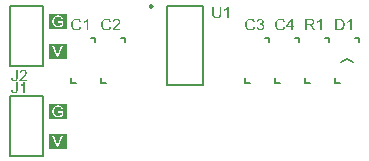
<source format=gto>
G04 Layer_Color=65535*
%FSLAX25Y25*%
%MOIN*%
G70*
G01*
G75*
%ADD14C,0.01000*%
%ADD18C,0.00600*%
G36*
X118456Y47000D02*
X117984D01*
Y50003D01*
X117978Y49997D01*
X117951Y49975D01*
X117917Y49942D01*
X117862Y49903D01*
X117801Y49853D01*
X117723Y49797D01*
X117634Y49736D01*
X117534Y49675D01*
X117529D01*
X117523Y49670D01*
X117490Y49647D01*
X117434Y49620D01*
X117368Y49586D01*
X117290Y49547D01*
X117207Y49509D01*
X117124Y49470D01*
X117040Y49437D01*
Y49892D01*
X117046D01*
X117057Y49903D01*
X117079Y49908D01*
X117107Y49925D01*
X117140Y49942D01*
X117179Y49964D01*
X117273Y50019D01*
X117385Y50080D01*
X117496Y50158D01*
X117612Y50247D01*
X117729Y50341D01*
X117734Y50347D01*
X117740Y50352D01*
X117756Y50369D01*
X117779Y50385D01*
X117829Y50441D01*
X117895Y50508D01*
X117962Y50585D01*
X118034Y50674D01*
X118095Y50763D01*
X118150Y50857D01*
X118456D01*
Y47000D01*
D02*
G37*
G36*
X114576Y50835D02*
X114687Y50829D01*
X114798Y50818D01*
X114909Y50802D01*
X115004Y50785D01*
X115009D01*
X115020Y50780D01*
X115037D01*
X115059Y50769D01*
X115120Y50752D01*
X115198Y50724D01*
X115287Y50685D01*
X115381Y50635D01*
X115475Y50580D01*
X115564Y50508D01*
X115570Y50502D01*
X115575Y50497D01*
X115592Y50480D01*
X115614Y50463D01*
X115670Y50408D01*
X115736Y50330D01*
X115808Y50236D01*
X115886Y50125D01*
X115958Y49997D01*
X116019Y49853D01*
Y49847D01*
X116025Y49836D01*
X116036Y49814D01*
X116041Y49780D01*
X116058Y49742D01*
X116069Y49697D01*
X116080Y49647D01*
X116097Y49586D01*
X116114Y49525D01*
X116125Y49453D01*
X116152Y49298D01*
X116169Y49126D01*
X116175Y48937D01*
Y48931D01*
Y48920D01*
Y48893D01*
Y48865D01*
X116169Y48826D01*
Y48781D01*
X116164Y48676D01*
X116147Y48554D01*
X116130Y48426D01*
X116102Y48293D01*
X116069Y48160D01*
Y48154D01*
X116064Y48143D01*
X116058Y48127D01*
X116052Y48105D01*
X116030Y48043D01*
X115997Y47966D01*
X115964Y47877D01*
X115919Y47788D01*
X115864Y47694D01*
X115808Y47605D01*
X115803Y47594D01*
X115780Y47566D01*
X115747Y47527D01*
X115703Y47477D01*
X115653Y47422D01*
X115592Y47366D01*
X115531Y47305D01*
X115459Y47255D01*
X115448Y47250D01*
X115425Y47233D01*
X115386Y47211D01*
X115331Y47183D01*
X115264Y47150D01*
X115187Y47122D01*
X115098Y47089D01*
X114998Y47061D01*
X114987D01*
X114970Y47056D01*
X114954Y47050D01*
X114898Y47044D01*
X114820Y47033D01*
X114732Y47022D01*
X114626Y47011D01*
X114510Y47006D01*
X114382Y47000D01*
X113000D01*
Y50841D01*
X114476D01*
X114576Y50835D01*
D02*
G37*
G36*
X7126Y27221D02*
Y27215D01*
Y27199D01*
Y27177D01*
Y27143D01*
X7120Y27099D01*
Y27055D01*
X7109Y26949D01*
X7098Y26827D01*
X7076Y26699D01*
X7042Y26583D01*
X7004Y26472D01*
Y26466D01*
X6998Y26461D01*
X6981Y26427D01*
X6954Y26383D01*
X6915Y26322D01*
X6859Y26261D01*
X6798Y26194D01*
X6720Y26128D01*
X6632Y26072D01*
X6621Y26067D01*
X6587Y26050D01*
X6537Y26028D01*
X6465Y26006D01*
X6376Y25978D01*
X6277Y25956D01*
X6165Y25939D01*
X6043Y25933D01*
X5993D01*
X5960Y25939D01*
X5916Y25945D01*
X5871Y25950D01*
X5755Y25972D01*
X5633Y26006D01*
X5505Y26055D01*
X5438Y26089D01*
X5377Y26128D01*
X5322Y26172D01*
X5266Y26222D01*
X5261Y26228D01*
X5255Y26233D01*
X5244Y26255D01*
X5228Y26278D01*
X5205Y26305D01*
X5183Y26344D01*
X5161Y26388D01*
X5133Y26439D01*
X5111Y26494D01*
X5089Y26561D01*
X5067Y26627D01*
X5044Y26705D01*
X5033Y26788D01*
X5017Y26882D01*
X5011Y26977D01*
Y27082D01*
X5472Y27149D01*
Y27143D01*
Y27132D01*
Y27110D01*
X5477Y27077D01*
X5483Y27043D01*
Y27005D01*
X5500Y26910D01*
X5516Y26810D01*
X5550Y26710D01*
X5583Y26622D01*
X5605Y26583D01*
X5633Y26550D01*
X5638Y26544D01*
X5661Y26527D01*
X5694Y26500D01*
X5738Y26472D01*
X5799Y26439D01*
X5866Y26416D01*
X5949Y26394D01*
X6038Y26388D01*
X6071D01*
X6104Y26394D01*
X6154Y26400D01*
X6204Y26411D01*
X6260Y26422D01*
X6315Y26444D01*
X6371Y26472D01*
X6376Y26477D01*
X6393Y26488D01*
X6415Y26511D01*
X6449Y26533D01*
X6476Y26572D01*
X6510Y26610D01*
X6537Y26655D01*
X6560Y26710D01*
Y26716D01*
X6571Y26738D01*
X6576Y26777D01*
X6587Y26827D01*
X6598Y26893D01*
X6604Y26977D01*
X6615Y27077D01*
Y27193D01*
Y29841D01*
X7126D01*
Y27221D01*
D02*
G37*
G36*
X88150Y50852D02*
X88223Y50841D01*
X88311Y50824D01*
X88411Y50796D01*
X88511Y50763D01*
X88611Y50718D01*
X88617D01*
X88622Y50713D01*
X88655Y50696D01*
X88705Y50663D01*
X88761Y50624D01*
X88828Y50569D01*
X88894Y50508D01*
X88961Y50435D01*
X89016Y50352D01*
X89022Y50341D01*
X89038Y50313D01*
X89061Y50263D01*
X89088Y50202D01*
X89116Y50130D01*
X89138Y50047D01*
X89155Y49953D01*
X89161Y49858D01*
Y49847D01*
Y49814D01*
X89155Y49769D01*
X89144Y49708D01*
X89127Y49636D01*
X89100Y49559D01*
X89066Y49481D01*
X89022Y49403D01*
X89016Y49392D01*
X88999Y49370D01*
X88966Y49331D01*
X88922Y49287D01*
X88866Y49237D01*
X88800Y49181D01*
X88722Y49131D01*
X88628Y49081D01*
X88633D01*
X88644Y49076D01*
X88661Y49070D01*
X88683Y49065D01*
X88744Y49042D01*
X88822Y49009D01*
X88911Y48965D01*
X88999Y48909D01*
X89083Y48837D01*
X89161Y48754D01*
X89166Y48743D01*
X89188Y48709D01*
X89222Y48654D01*
X89255Y48582D01*
X89288Y48493D01*
X89322Y48388D01*
X89344Y48265D01*
X89349Y48132D01*
Y48127D01*
Y48110D01*
Y48082D01*
X89344Y48049D01*
X89338Y48005D01*
X89327Y47955D01*
X89316Y47899D01*
X89305Y47838D01*
X89260Y47705D01*
X89227Y47633D01*
X89194Y47566D01*
X89149Y47494D01*
X89100Y47422D01*
X89044Y47350D01*
X88977Y47283D01*
X88972Y47278D01*
X88961Y47266D01*
X88938Y47250D01*
X88911Y47228D01*
X88877Y47200D01*
X88833Y47172D01*
X88783Y47139D01*
X88722Y47111D01*
X88661Y47078D01*
X88589Y47044D01*
X88517Y47017D01*
X88433Y46989D01*
X88345Y46967D01*
X88250Y46950D01*
X88156Y46939D01*
X88051Y46933D01*
X88001D01*
X87967Y46939D01*
X87923Y46944D01*
X87873Y46950D01*
X87817Y46961D01*
X87756Y46972D01*
X87623Y47006D01*
X87484Y47061D01*
X87412Y47094D01*
X87346Y47133D01*
X87279Y47183D01*
X87213Y47233D01*
X87207Y47239D01*
X87196Y47250D01*
X87179Y47266D01*
X87163Y47289D01*
X87135Y47316D01*
X87107Y47355D01*
X87074Y47394D01*
X87040Y47444D01*
X87007Y47499D01*
X86974Y47555D01*
X86913Y47688D01*
X86863Y47844D01*
X86846Y47927D01*
X86835Y48016D01*
X87307Y48077D01*
Y48071D01*
X87312Y48060D01*
X87318Y48038D01*
X87323Y48010D01*
X87329Y47977D01*
X87340Y47938D01*
X87368Y47855D01*
X87407Y47755D01*
X87457Y47660D01*
X87512Y47572D01*
X87579Y47494D01*
X87590Y47488D01*
X87612Y47466D01*
X87656Y47438D01*
X87712Y47411D01*
X87779Y47377D01*
X87862Y47350D01*
X87956Y47327D01*
X88056Y47322D01*
X88089D01*
X88112Y47327D01*
X88173Y47333D01*
X88250Y47350D01*
X88339Y47377D01*
X88433Y47416D01*
X88528Y47472D01*
X88617Y47550D01*
X88628Y47561D01*
X88655Y47594D01*
X88689Y47644D01*
X88733Y47710D01*
X88778Y47794D01*
X88811Y47888D01*
X88839Y47999D01*
X88850Y48121D01*
Y48127D01*
Y48138D01*
Y48154D01*
X88844Y48177D01*
X88839Y48238D01*
X88822Y48310D01*
X88800Y48399D01*
X88761Y48487D01*
X88705Y48576D01*
X88633Y48659D01*
X88622Y48671D01*
X88594Y48693D01*
X88550Y48726D01*
X88489Y48765D01*
X88411Y48804D01*
X88317Y48837D01*
X88212Y48859D01*
X88095Y48870D01*
X88045D01*
X88006Y48865D01*
X87956Y48859D01*
X87901Y48848D01*
X87834Y48837D01*
X87762Y48820D01*
X87817Y49237D01*
X87845D01*
X87867Y49231D01*
X87940D01*
X88001Y49242D01*
X88073Y49253D01*
X88156Y49270D01*
X88250Y49298D01*
X88339Y49336D01*
X88433Y49387D01*
X88439D01*
X88445Y49392D01*
X88472Y49414D01*
X88511Y49453D01*
X88556Y49503D01*
X88600Y49575D01*
X88639Y49658D01*
X88666Y49753D01*
X88678Y49808D01*
Y49869D01*
Y49875D01*
Y49880D01*
Y49914D01*
X88666Y49958D01*
X88655Y50019D01*
X88633Y50086D01*
X88605Y50158D01*
X88561Y50230D01*
X88500Y50297D01*
X88494Y50302D01*
X88467Y50324D01*
X88428Y50352D01*
X88378Y50385D01*
X88311Y50413D01*
X88234Y50441D01*
X88145Y50463D01*
X88045Y50469D01*
X88001D01*
X87951Y50458D01*
X87884Y50447D01*
X87812Y50424D01*
X87740Y50397D01*
X87662Y50352D01*
X87590Y50297D01*
X87584Y50291D01*
X87562Y50263D01*
X87529Y50225D01*
X87490Y50169D01*
X87451Y50097D01*
X87412Y50008D01*
X87379Y49903D01*
X87357Y49780D01*
X86885Y49864D01*
Y49869D01*
X86891Y49886D01*
X86896Y49908D01*
X86902Y49942D01*
X86913Y49980D01*
X86929Y50025D01*
X86963Y50130D01*
X87018Y50252D01*
X87085Y50374D01*
X87168Y50491D01*
X87274Y50596D01*
X87279Y50602D01*
X87290Y50608D01*
X87307Y50619D01*
X87329Y50635D01*
X87357Y50657D01*
X87396Y50680D01*
X87435Y50702D01*
X87484Y50730D01*
X87595Y50774D01*
X87723Y50818D01*
X87873Y50846D01*
X87951Y50857D01*
X88089D01*
X88150Y50852D01*
D02*
G37*
G36*
X94904Y50902D02*
X94954Y50896D01*
X95015Y50891D01*
X95076Y50885D01*
X95148Y50868D01*
X95298Y50835D01*
X95464Y50785D01*
X95547Y50752D01*
X95625Y50713D01*
X95703Y50663D01*
X95781Y50613D01*
X95786Y50608D01*
X95797Y50602D01*
X95819Y50585D01*
X95847Y50558D01*
X95875Y50530D01*
X95914Y50491D01*
X95953Y50447D01*
X95997Y50402D01*
X96041Y50347D01*
X96086Y50280D01*
X96136Y50213D01*
X96180Y50141D01*
X96219Y50058D01*
X96263Y49975D01*
X96297Y49886D01*
X96330Y49786D01*
X95831Y49670D01*
Y49675D01*
X95825Y49686D01*
X95814Y49708D01*
X95803Y49736D01*
X95792Y49769D01*
X95775Y49814D01*
X95731Y49903D01*
X95675Y50003D01*
X95609Y50102D01*
X95525Y50197D01*
X95437Y50280D01*
X95425Y50291D01*
X95392Y50313D01*
X95337Y50341D01*
X95264Y50380D01*
X95170Y50413D01*
X95065Y50447D01*
X94937Y50469D01*
X94798Y50474D01*
X94754D01*
X94726Y50469D01*
X94687D01*
X94643Y50463D01*
X94537Y50447D01*
X94421Y50424D01*
X94299Y50385D01*
X94171Y50330D01*
X94055Y50258D01*
X94049D01*
X94043Y50247D01*
X94004Y50219D01*
X93955Y50175D01*
X93894Y50108D01*
X93821Y50025D01*
X93755Y49930D01*
X93694Y49814D01*
X93638Y49686D01*
Y49681D01*
X93633Y49670D01*
X93627Y49653D01*
X93622Y49625D01*
X93611Y49592D01*
X93599Y49553D01*
X93583Y49459D01*
X93561Y49348D01*
X93538Y49226D01*
X93527Y49092D01*
X93522Y48948D01*
Y48943D01*
Y48926D01*
Y48898D01*
Y48865D01*
X93527Y48826D01*
Y48776D01*
X93533Y48720D01*
X93538Y48659D01*
X93555Y48526D01*
X93583Y48382D01*
X93616Y48238D01*
X93660Y48093D01*
Y48088D01*
X93666Y48077D01*
X93677Y48060D01*
X93688Y48032D01*
X93721Y47966D01*
X93771Y47888D01*
X93832Y47799D01*
X93910Y47705D01*
X93999Y47622D01*
X94104Y47544D01*
X94110D01*
X94121Y47538D01*
X94138Y47527D01*
X94160Y47516D01*
X94188Y47505D01*
X94221Y47488D01*
X94299Y47455D01*
X94399Y47422D01*
X94510Y47394D01*
X94632Y47372D01*
X94759Y47366D01*
X94798D01*
X94832Y47372D01*
X94870D01*
X94909Y47377D01*
X95009Y47400D01*
X95126Y47427D01*
X95242Y47472D01*
X95364Y47533D01*
X95425Y47566D01*
X95481Y47611D01*
X95486Y47616D01*
X95492Y47622D01*
X95509Y47638D01*
X95531Y47655D01*
X95553Y47683D01*
X95581Y47716D01*
X95614Y47749D01*
X95642Y47794D01*
X95675Y47844D01*
X95714Y47899D01*
X95747Y47955D01*
X95781Y48021D01*
X95808Y48093D01*
X95836Y48171D01*
X95864Y48254D01*
X95886Y48343D01*
X96397Y48215D01*
Y48210D01*
X96391Y48188D01*
X96380Y48154D01*
X96363Y48110D01*
X96347Y48060D01*
X96324Y47999D01*
X96297Y47932D01*
X96263Y47860D01*
X96186Y47705D01*
X96086Y47550D01*
X96025Y47472D01*
X95964Y47394D01*
X95897Y47327D01*
X95819Y47261D01*
X95814Y47255D01*
X95803Y47244D01*
X95775Y47233D01*
X95747Y47211D01*
X95703Y47183D01*
X95658Y47155D01*
X95597Y47128D01*
X95536Y47100D01*
X95464Y47067D01*
X95386Y47039D01*
X95303Y47011D01*
X95214Y46983D01*
X95120Y46961D01*
X95020Y46950D01*
X94915Y46939D01*
X94804Y46933D01*
X94743D01*
X94698Y46939D01*
X94648D01*
X94587Y46944D01*
X94521Y46956D01*
X94443Y46967D01*
X94282Y46995D01*
X94116Y47039D01*
X93949Y47100D01*
X93871Y47139D01*
X93794Y47183D01*
X93788Y47189D01*
X93777Y47194D01*
X93755Y47211D01*
X93733Y47233D01*
X93699Y47255D01*
X93660Y47289D01*
X93616Y47327D01*
X93572Y47372D01*
X93527Y47422D01*
X93477Y47472D01*
X93377Y47599D01*
X93283Y47749D01*
X93200Y47916D01*
Y47921D01*
X93189Y47938D01*
X93183Y47966D01*
X93167Y47999D01*
X93155Y48043D01*
X93139Y48099D01*
X93116Y48160D01*
X93100Y48226D01*
X93083Y48299D01*
X93061Y48382D01*
X93033Y48554D01*
X93011Y48748D01*
X93000Y48948D01*
Y48954D01*
Y48976D01*
Y49009D01*
X93006Y49048D01*
Y49103D01*
X93011Y49159D01*
X93017Y49231D01*
X93028Y49303D01*
X93055Y49464D01*
X93094Y49642D01*
X93150Y49819D01*
X93227Y49991D01*
X93233Y49997D01*
X93239Y50014D01*
X93250Y50036D01*
X93272Y50064D01*
X93294Y50102D01*
X93322Y50147D01*
X93394Y50247D01*
X93488Y50358D01*
X93599Y50469D01*
X93727Y50580D01*
X93877Y50674D01*
X93882Y50680D01*
X93899Y50685D01*
X93921Y50696D01*
X93949Y50713D01*
X93993Y50730D01*
X94038Y50746D01*
X94093Y50769D01*
X94154Y50791D01*
X94221Y50813D01*
X94293Y50835D01*
X94449Y50868D01*
X94626Y50896D01*
X94809Y50907D01*
X94865D01*
X94904Y50902D01*
D02*
G37*
G36*
X98811Y48354D02*
X99333D01*
Y47921D01*
X98811D01*
Y47000D01*
X98339D01*
Y47921D01*
X96669D01*
Y48354D01*
X98428Y50841D01*
X98811D01*
Y48354D01*
D02*
G37*
G36*
X9540Y26000D02*
X9068D01*
Y29003D01*
X9063Y28997D01*
X9035Y28975D01*
X9002Y28942D01*
X8946Y28903D01*
X8885Y28853D01*
X8807Y28797D01*
X8719Y28736D01*
X8619Y28675D01*
X8613D01*
X8608Y28670D01*
X8574Y28647D01*
X8519Y28620D01*
X8452Y28586D01*
X8374Y28547D01*
X8291Y28509D01*
X8208Y28470D01*
X8125Y28436D01*
Y28892D01*
X8130D01*
X8141Y28903D01*
X8163Y28908D01*
X8191Y28925D01*
X8225Y28942D01*
X8263Y28964D01*
X8358Y29019D01*
X8469Y29080D01*
X8580Y29158D01*
X8696Y29247D01*
X8813Y29341D01*
X8818Y29347D01*
X8824Y29352D01*
X8841Y29369D01*
X8863Y29386D01*
X8913Y29441D01*
X8979Y29508D01*
X9046Y29585D01*
X9118Y29674D01*
X9179Y29763D01*
X9235Y29857D01*
X9540D01*
Y26000D01*
D02*
G37*
G36*
X104826Y50835D02*
X104876D01*
X104992Y50829D01*
X105115Y50813D01*
X105248Y50796D01*
X105370Y50769D01*
X105431Y50752D01*
X105481Y50735D01*
X105486D01*
X105492Y50730D01*
X105525Y50713D01*
X105575Y50691D01*
X105636Y50652D01*
X105703Y50602D01*
X105775Y50535D01*
X105842Y50458D01*
X105908Y50369D01*
Y50363D01*
X105914Y50358D01*
X105936Y50324D01*
X105958Y50269D01*
X105991Y50197D01*
X106019Y50113D01*
X106047Y50014D01*
X106064Y49908D01*
X106069Y49792D01*
Y49786D01*
Y49775D01*
Y49753D01*
X106064Y49725D01*
Y49686D01*
X106058Y49647D01*
X106036Y49553D01*
X106002Y49442D01*
X105958Y49325D01*
X105892Y49209D01*
X105847Y49153D01*
X105803Y49098D01*
X105797Y49092D01*
X105792Y49087D01*
X105775Y49070D01*
X105753Y49053D01*
X105725Y49031D01*
X105692Y49009D01*
X105647Y48981D01*
X105603Y48948D01*
X105547Y48920D01*
X105486Y48893D01*
X105420Y48859D01*
X105348Y48831D01*
X105264Y48809D01*
X105181Y48781D01*
X105087Y48765D01*
X104987Y48748D01*
X104998Y48743D01*
X105020Y48732D01*
X105053Y48709D01*
X105098Y48687D01*
X105198Y48626D01*
X105248Y48587D01*
X105292Y48554D01*
X105303Y48543D01*
X105331Y48515D01*
X105375Y48471D01*
X105431Y48415D01*
X105492Y48338D01*
X105564Y48254D01*
X105636Y48154D01*
X105714Y48043D01*
X106374Y47000D01*
X105742D01*
X105237Y47799D01*
Y47805D01*
X105226Y47816D01*
X105215Y47833D01*
X105198Y47855D01*
X105159Y47916D01*
X105109Y47993D01*
X105048Y48077D01*
X104987Y48166D01*
X104926Y48249D01*
X104870Y48326D01*
X104865Y48332D01*
X104848Y48354D01*
X104820Y48388D01*
X104781Y48426D01*
X104698Y48510D01*
X104654Y48548D01*
X104610Y48582D01*
X104604Y48587D01*
X104593Y48593D01*
X104571Y48604D01*
X104537Y48621D01*
X104504Y48637D01*
X104465Y48654D01*
X104376Y48682D01*
X104371D01*
X104360Y48687D01*
X104338D01*
X104310Y48693D01*
X104271Y48698D01*
X104227D01*
X104165Y48704D01*
X103511D01*
Y47000D01*
X103000D01*
Y50841D01*
X104781D01*
X104826Y50835D01*
D02*
G37*
G36*
X75019Y52621D02*
Y52615D01*
Y52593D01*
Y52565D01*
Y52526D01*
X75014Y52476D01*
Y52421D01*
X75008Y52354D01*
X75002Y52288D01*
X74986Y52138D01*
X74964Y51982D01*
X74930Y51832D01*
X74908Y51760D01*
X74886Y51694D01*
Y51688D01*
X74880Y51677D01*
X74869Y51661D01*
X74858Y51638D01*
X74825Y51577D01*
X74775Y51499D01*
X74708Y51411D01*
X74631Y51322D01*
X74531Y51227D01*
X74409Y51144D01*
X74403D01*
X74392Y51133D01*
X74375Y51128D01*
X74348Y51111D01*
X74314Y51094D01*
X74270Y51078D01*
X74225Y51061D01*
X74170Y51039D01*
X74109Y51017D01*
X74042Y51000D01*
X73970Y50983D01*
X73887Y50967D01*
X73804Y50956D01*
X73715Y50945D01*
X73515Y50933D01*
X73465D01*
X73426Y50939D01*
X73382D01*
X73326Y50945D01*
X73265Y50950D01*
X73204Y50956D01*
X73066Y50978D01*
X72916Y51011D01*
X72772Y51056D01*
X72633Y51117D01*
X72627D01*
X72616Y51128D01*
X72599Y51139D01*
X72577Y51150D01*
X72516Y51194D01*
X72444Y51255D01*
X72361Y51333D01*
X72283Y51422D01*
X72205Y51533D01*
X72144Y51655D01*
Y51661D01*
X72139Y51672D01*
X72133Y51694D01*
X72122Y51722D01*
X72111Y51755D01*
X72100Y51799D01*
X72083Y51849D01*
X72072Y51910D01*
X72061Y51977D01*
X72044Y52049D01*
X72033Y52127D01*
X72022Y52210D01*
X72011Y52304D01*
X72006Y52404D01*
X72000Y52510D01*
Y52621D01*
Y54841D01*
X72511D01*
Y52621D01*
Y52615D01*
Y52598D01*
Y52571D01*
Y52537D01*
X72516Y52499D01*
Y52449D01*
X72522Y52343D01*
X72533Y52221D01*
X72549Y52099D01*
X72572Y51982D01*
X72583Y51932D01*
X72599Y51882D01*
X72605Y51871D01*
X72616Y51844D01*
X72644Y51805D01*
X72677Y51749D01*
X72716Y51694D01*
X72772Y51633D01*
X72838Y51572D01*
X72916Y51522D01*
X72927Y51516D01*
X72955Y51499D01*
X73005Y51483D01*
X73071Y51461D01*
X73149Y51433D01*
X73249Y51416D01*
X73354Y51400D01*
X73471Y51394D01*
X73526D01*
X73560Y51400D01*
X73610D01*
X73659Y51405D01*
X73782Y51427D01*
X73915Y51455D01*
X74042Y51499D01*
X74164Y51561D01*
X74220Y51599D01*
X74270Y51644D01*
X74275Y51649D01*
X74281Y51655D01*
X74292Y51672D01*
X74309Y51694D01*
X74326Y51727D01*
X74348Y51760D01*
X74370Y51810D01*
X74392Y51860D01*
X74414Y51921D01*
X74431Y51993D01*
X74453Y52077D01*
X74470Y52166D01*
X74486Y52265D01*
X74497Y52371D01*
X74509Y52493D01*
Y52621D01*
Y54841D01*
X75019D01*
Y52621D01*
D02*
G37*
G36*
X77450Y51000D02*
X76978D01*
Y54002D01*
X76973Y53997D01*
X76945Y53975D01*
X76912Y53942D01*
X76856Y53903D01*
X76795Y53853D01*
X76718Y53797D01*
X76629Y53736D01*
X76529Y53675D01*
X76523D01*
X76518Y53670D01*
X76484Y53647D01*
X76429Y53620D01*
X76362Y53586D01*
X76285Y53548D01*
X76201Y53509D01*
X76118Y53470D01*
X76035Y53436D01*
Y53891D01*
X76040D01*
X76051Y53903D01*
X76074Y53908D01*
X76101Y53925D01*
X76135Y53942D01*
X76174Y53964D01*
X76268Y54019D01*
X76379Y54080D01*
X76490Y54158D01*
X76607Y54247D01*
X76723Y54341D01*
X76729Y54347D01*
X76734Y54352D01*
X76751Y54369D01*
X76773Y54386D01*
X76823Y54441D01*
X76889Y54508D01*
X76956Y54585D01*
X77028Y54674D01*
X77089Y54763D01*
X77145Y54857D01*
X77450D01*
Y51000D01*
D02*
G37*
G36*
X7126Y31221D02*
Y31215D01*
Y31199D01*
Y31177D01*
Y31143D01*
X7120Y31099D01*
Y31054D01*
X7109Y30949D01*
X7098Y30827D01*
X7076Y30699D01*
X7042Y30583D01*
X7004Y30472D01*
Y30466D01*
X6998Y30461D01*
X6981Y30427D01*
X6954Y30383D01*
X6915Y30322D01*
X6859Y30261D01*
X6798Y30194D01*
X6720Y30128D01*
X6632Y30072D01*
X6621Y30067D01*
X6587Y30050D01*
X6537Y30028D01*
X6465Y30005D01*
X6376Y29978D01*
X6277Y29956D01*
X6165Y29939D01*
X6043Y29933D01*
X5993D01*
X5960Y29939D01*
X5916Y29945D01*
X5871Y29950D01*
X5755Y29972D01*
X5633Y30005D01*
X5505Y30055D01*
X5438Y30089D01*
X5377Y30128D01*
X5322Y30172D01*
X5266Y30222D01*
X5261Y30228D01*
X5255Y30233D01*
X5244Y30255D01*
X5228Y30277D01*
X5205Y30305D01*
X5183Y30344D01*
X5161Y30389D01*
X5133Y30439D01*
X5111Y30494D01*
X5089Y30561D01*
X5067Y30627D01*
X5044Y30705D01*
X5033Y30788D01*
X5017Y30882D01*
X5011Y30977D01*
Y31082D01*
X5472Y31149D01*
Y31143D01*
Y31132D01*
Y31110D01*
X5477Y31077D01*
X5483Y31043D01*
Y31005D01*
X5500Y30910D01*
X5516Y30810D01*
X5550Y30710D01*
X5583Y30622D01*
X5605Y30583D01*
X5633Y30549D01*
X5638Y30544D01*
X5661Y30527D01*
X5694Y30500D01*
X5738Y30472D01*
X5799Y30439D01*
X5866Y30416D01*
X5949Y30394D01*
X6038Y30389D01*
X6071D01*
X6104Y30394D01*
X6154Y30400D01*
X6204Y30411D01*
X6260Y30422D01*
X6315Y30444D01*
X6371Y30472D01*
X6376Y30477D01*
X6393Y30488D01*
X6415Y30511D01*
X6449Y30533D01*
X6476Y30572D01*
X6510Y30610D01*
X6537Y30655D01*
X6560Y30710D01*
Y30716D01*
X6571Y30738D01*
X6576Y30777D01*
X6587Y30827D01*
X6598Y30893D01*
X6604Y30977D01*
X6615Y31077D01*
Y31193D01*
Y33841D01*
X7126D01*
Y31221D01*
D02*
G37*
G36*
X9129Y33852D02*
X9174Y33846D01*
X9229Y33841D01*
X9290Y33830D01*
X9351Y33818D01*
X9495Y33780D01*
X9640Y33724D01*
X9712Y33691D01*
X9784Y33652D01*
X9851Y33602D01*
X9912Y33546D01*
X9917Y33541D01*
X9928Y33535D01*
X9939Y33513D01*
X9962Y33491D01*
X9989Y33463D01*
X10017Y33424D01*
X10045Y33386D01*
X10078Y33336D01*
X10134Y33230D01*
X10189Y33097D01*
X10211Y33030D01*
X10222Y32953D01*
X10234Y32875D01*
X10239Y32792D01*
Y32781D01*
Y32753D01*
X10234Y32708D01*
X10228Y32647D01*
X10217Y32581D01*
X10195Y32503D01*
X10173Y32420D01*
X10139Y32337D01*
X10134Y32326D01*
X10123Y32298D01*
X10100Y32253D01*
X10067Y32192D01*
X10023Y32126D01*
X9967Y32042D01*
X9901Y31959D01*
X9823Y31865D01*
X9812Y31854D01*
X9784Y31820D01*
X9756Y31793D01*
X9729Y31765D01*
X9695Y31732D01*
X9651Y31687D01*
X9606Y31643D01*
X9551Y31593D01*
X9495Y31537D01*
X9429Y31476D01*
X9357Y31415D01*
X9279Y31343D01*
X9190Y31271D01*
X9101Y31193D01*
X9096Y31188D01*
X9085Y31177D01*
X9063Y31160D01*
X9035Y31138D01*
X9002Y31104D01*
X8963Y31071D01*
X8874Y30999D01*
X8780Y30916D01*
X8691Y30832D01*
X8613Y30760D01*
X8580Y30733D01*
X8552Y30705D01*
X8546Y30699D01*
X8530Y30683D01*
X8508Y30660D01*
X8480Y30627D01*
X8452Y30588D01*
X8419Y30549D01*
X8352Y30455D01*
X10245D01*
Y30000D01*
X7697D01*
Y30005D01*
Y30028D01*
Y30061D01*
X7703Y30106D01*
X7708Y30155D01*
X7720Y30211D01*
X7731Y30266D01*
X7753Y30327D01*
Y30333D01*
X7758Y30338D01*
X7769Y30372D01*
X7792Y30422D01*
X7825Y30488D01*
X7869Y30566D01*
X7925Y30655D01*
X7986Y30744D01*
X8064Y30838D01*
Y30844D01*
X8075Y30849D01*
X8102Y30882D01*
X8152Y30932D01*
X8225Y31005D01*
X8308Y31088D01*
X8413Y31188D01*
X8541Y31299D01*
X8680Y31415D01*
X8685Y31421D01*
X8707Y31438D01*
X8741Y31465D01*
X8780Y31499D01*
X8829Y31543D01*
X8891Y31593D01*
X8952Y31648D01*
X9024Y31709D01*
X9162Y31843D01*
X9301Y31976D01*
X9368Y32042D01*
X9429Y32109D01*
X9484Y32170D01*
X9529Y32231D01*
Y32237D01*
X9540Y32242D01*
X9551Y32259D01*
X9562Y32281D01*
X9601Y32342D01*
X9645Y32414D01*
X9684Y32503D01*
X9723Y32597D01*
X9745Y32703D01*
X9756Y32803D01*
Y32808D01*
Y32814D01*
X9751Y32847D01*
X9745Y32903D01*
X9729Y32964D01*
X9706Y33041D01*
X9668Y33119D01*
X9618Y33197D01*
X9551Y33274D01*
X9540Y33286D01*
X9512Y33308D01*
X9473Y33336D01*
X9412Y33374D01*
X9335Y33408D01*
X9246Y33441D01*
X9140Y33463D01*
X9024Y33469D01*
X8990D01*
X8968Y33463D01*
X8902Y33458D01*
X8824Y33441D01*
X8741Y33419D01*
X8646Y33380D01*
X8558Y33330D01*
X8474Y33263D01*
X8463Y33252D01*
X8441Y33224D01*
X8408Y33180D01*
X8374Y33114D01*
X8336Y33036D01*
X8302Y32936D01*
X8280Y32825D01*
X8269Y32697D01*
X7786Y32747D01*
Y32753D01*
X7792Y32770D01*
Y32797D01*
X7797Y32836D01*
X7808Y32880D01*
X7819Y32930D01*
X7836Y32991D01*
X7853Y33053D01*
X7897Y33186D01*
X7964Y33319D01*
X8003Y33386D01*
X8053Y33452D01*
X8102Y33513D01*
X8158Y33569D01*
X8163Y33574D01*
X8175Y33580D01*
X8191Y33596D01*
X8219Y33613D01*
X8252Y33635D01*
X8291Y33658D01*
X8336Y33685D01*
X8391Y33713D01*
X8452Y33741D01*
X8519Y33768D01*
X8591Y33791D01*
X8669Y33813D01*
X8752Y33830D01*
X8841Y33846D01*
X8935Y33852D01*
X9035Y33857D01*
X9090D01*
X9129Y33852D01*
D02*
G37*
G36*
X108450Y47000D02*
X107978D01*
Y50003D01*
X107973Y49997D01*
X107945Y49975D01*
X107912Y49942D01*
X107856Y49903D01*
X107795Y49853D01*
X107718Y49797D01*
X107629Y49736D01*
X107529Y49675D01*
X107523D01*
X107518Y49670D01*
X107484Y49647D01*
X107429Y49620D01*
X107362Y49586D01*
X107285Y49547D01*
X107201Y49509D01*
X107118Y49470D01*
X107035Y49437D01*
Y49892D01*
X107040D01*
X107052Y49903D01*
X107074Y49908D01*
X107101Y49925D01*
X107135Y49942D01*
X107174Y49964D01*
X107268Y50019D01*
X107379Y50080D01*
X107490Y50158D01*
X107606Y50247D01*
X107723Y50341D01*
X107729Y50347D01*
X107734Y50352D01*
X107751Y50369D01*
X107773Y50385D01*
X107823Y50441D01*
X107890Y50508D01*
X107956Y50585D01*
X108028Y50674D01*
X108089Y50763D01*
X108145Y50857D01*
X108450D01*
Y47000D01*
D02*
G37*
G36*
X23500Y47500D02*
X17500D01*
Y52474D01*
X23500D01*
Y47500D01*
D02*
G37*
G36*
X26904Y50902D02*
X26954Y50896D01*
X27015Y50891D01*
X27076Y50885D01*
X27148Y50868D01*
X27298Y50835D01*
X27464Y50785D01*
X27547Y50752D01*
X27625Y50713D01*
X27703Y50663D01*
X27781Y50613D01*
X27786Y50608D01*
X27797Y50602D01*
X27819Y50585D01*
X27847Y50558D01*
X27875Y50530D01*
X27914Y50491D01*
X27953Y50447D01*
X27997Y50402D01*
X28041Y50347D01*
X28086Y50280D01*
X28136Y50213D01*
X28180Y50141D01*
X28219Y50058D01*
X28263Y49975D01*
X28297Y49886D01*
X28330Y49786D01*
X27830Y49670D01*
Y49675D01*
X27825Y49686D01*
X27814Y49708D01*
X27803Y49736D01*
X27792Y49769D01*
X27775Y49814D01*
X27731Y49903D01*
X27675Y50003D01*
X27608Y50102D01*
X27525Y50197D01*
X27437Y50280D01*
X27425Y50291D01*
X27392Y50313D01*
X27336Y50341D01*
X27264Y50380D01*
X27170Y50413D01*
X27065Y50447D01*
X26937Y50469D01*
X26798Y50474D01*
X26754D01*
X26726Y50469D01*
X26687D01*
X26643Y50463D01*
X26537Y50447D01*
X26421Y50424D01*
X26299Y50385D01*
X26171Y50330D01*
X26054Y50258D01*
X26049D01*
X26043Y50247D01*
X26005Y50219D01*
X25955Y50175D01*
X25894Y50108D01*
X25821Y50025D01*
X25755Y49930D01*
X25694Y49814D01*
X25638Y49686D01*
Y49681D01*
X25633Y49670D01*
X25627Y49653D01*
X25622Y49625D01*
X25611Y49592D01*
X25599Y49553D01*
X25583Y49459D01*
X25561Y49348D01*
X25538Y49226D01*
X25527Y49092D01*
X25522Y48948D01*
Y48943D01*
Y48926D01*
Y48898D01*
Y48865D01*
X25527Y48826D01*
Y48776D01*
X25533Y48720D01*
X25538Y48659D01*
X25555Y48526D01*
X25583Y48382D01*
X25616Y48238D01*
X25660Y48093D01*
Y48088D01*
X25666Y48077D01*
X25677Y48060D01*
X25688Y48032D01*
X25721Y47966D01*
X25771Y47888D01*
X25833Y47799D01*
X25910Y47705D01*
X25999Y47622D01*
X26105Y47544D01*
X26110D01*
X26121Y47538D01*
X26138Y47527D01*
X26160Y47516D01*
X26188Y47505D01*
X26221Y47488D01*
X26299Y47455D01*
X26399Y47422D01*
X26510Y47394D01*
X26632Y47372D01*
X26759Y47366D01*
X26798D01*
X26831Y47372D01*
X26870D01*
X26909Y47377D01*
X27009Y47400D01*
X27126Y47427D01*
X27242Y47472D01*
X27364Y47533D01*
X27425Y47566D01*
X27481Y47611D01*
X27486Y47616D01*
X27492Y47622D01*
X27509Y47638D01*
X27531Y47655D01*
X27553Y47683D01*
X27581Y47716D01*
X27614Y47749D01*
X27642Y47794D01*
X27675Y47844D01*
X27714Y47899D01*
X27747Y47955D01*
X27781Y48021D01*
X27808Y48093D01*
X27836Y48171D01*
X27864Y48254D01*
X27886Y48343D01*
X28397Y48215D01*
Y48210D01*
X28391Y48188D01*
X28380Y48154D01*
X28363Y48110D01*
X28347Y48060D01*
X28324Y47999D01*
X28297Y47932D01*
X28263Y47860D01*
X28186Y47705D01*
X28086Y47550D01*
X28025Y47472D01*
X27964Y47394D01*
X27897Y47327D01*
X27819Y47261D01*
X27814Y47255D01*
X27803Y47244D01*
X27775Y47233D01*
X27747Y47211D01*
X27703Y47183D01*
X27658Y47155D01*
X27597Y47128D01*
X27536Y47100D01*
X27464Y47067D01*
X27387Y47039D01*
X27303Y47011D01*
X27214Y46983D01*
X27120Y46961D01*
X27020Y46950D01*
X26915Y46939D01*
X26804Y46933D01*
X26743D01*
X26698Y46939D01*
X26648D01*
X26587Y46944D01*
X26521Y46956D01*
X26443Y46967D01*
X26282Y46995D01*
X26116Y47039D01*
X25949Y47100D01*
X25871Y47139D01*
X25794Y47183D01*
X25788Y47189D01*
X25777Y47194D01*
X25755Y47211D01*
X25733Y47233D01*
X25699Y47255D01*
X25660Y47289D01*
X25616Y47327D01*
X25572Y47372D01*
X25527Y47422D01*
X25477Y47472D01*
X25377Y47599D01*
X25283Y47749D01*
X25200Y47916D01*
Y47921D01*
X25189Y47938D01*
X25183Y47966D01*
X25166Y47999D01*
X25155Y48043D01*
X25139Y48099D01*
X25117Y48160D01*
X25100Y48226D01*
X25083Y48299D01*
X25061Y48382D01*
X25033Y48554D01*
X25011Y48748D01*
X25000Y48948D01*
Y48954D01*
Y48976D01*
Y49009D01*
X25005Y49048D01*
Y49103D01*
X25011Y49159D01*
X25017Y49231D01*
X25028Y49303D01*
X25056Y49464D01*
X25094Y49642D01*
X25150Y49819D01*
X25227Y49991D01*
X25233Y49997D01*
X25239Y50014D01*
X25250Y50036D01*
X25272Y50064D01*
X25294Y50102D01*
X25322Y50147D01*
X25394Y50247D01*
X25488Y50358D01*
X25599Y50469D01*
X25727Y50580D01*
X25877Y50674D01*
X25883Y50680D01*
X25899Y50685D01*
X25921Y50696D01*
X25949Y50713D01*
X25993Y50730D01*
X26038Y50746D01*
X26093Y50769D01*
X26154Y50791D01*
X26221Y50813D01*
X26293Y50835D01*
X26449Y50868D01*
X26626Y50896D01*
X26809Y50907D01*
X26865D01*
X26904Y50902D01*
D02*
G37*
G36*
X23500Y7500D02*
X17500D01*
Y12474D01*
X23500D01*
Y7500D01*
D02*
G37*
G36*
Y17500D02*
X17500D01*
Y22474D01*
X23500D01*
Y17500D01*
D02*
G37*
G36*
Y37500D02*
X17500D01*
Y42474D01*
X23500D01*
Y37500D01*
D02*
G37*
G36*
X30606Y47000D02*
X30134D01*
Y50003D01*
X30128Y49997D01*
X30101Y49975D01*
X30067Y49942D01*
X30012Y49903D01*
X29951Y49853D01*
X29873Y49797D01*
X29784Y49736D01*
X29684Y49675D01*
X29679D01*
X29673Y49670D01*
X29640Y49647D01*
X29584Y49620D01*
X29518Y49586D01*
X29440Y49547D01*
X29357Y49509D01*
X29274Y49470D01*
X29190Y49437D01*
Y49892D01*
X29196D01*
X29207Y49903D01*
X29229Y49908D01*
X29257Y49925D01*
X29290Y49942D01*
X29329Y49964D01*
X29423Y50019D01*
X29534Y50080D01*
X29645Y50158D01*
X29762Y50247D01*
X29878Y50341D01*
X29884Y50347D01*
X29890Y50352D01*
X29906Y50369D01*
X29928Y50385D01*
X29978Y50441D01*
X30045Y50508D01*
X30112Y50585D01*
X30184Y50674D01*
X30245Y50763D01*
X30300Y50857D01*
X30606D01*
Y47000D01*
D02*
G37*
G36*
X84904Y50902D02*
X84954Y50896D01*
X85015Y50891D01*
X85076Y50885D01*
X85148Y50868D01*
X85298Y50835D01*
X85464Y50785D01*
X85548Y50752D01*
X85625Y50713D01*
X85703Y50663D01*
X85781Y50613D01*
X85786Y50608D01*
X85797Y50602D01*
X85819Y50585D01*
X85847Y50558D01*
X85875Y50530D01*
X85914Y50491D01*
X85953Y50447D01*
X85997Y50402D01*
X86041Y50347D01*
X86086Y50280D01*
X86136Y50213D01*
X86180Y50141D01*
X86219Y50058D01*
X86263Y49975D01*
X86297Y49886D01*
X86330Y49786D01*
X85830Y49670D01*
Y49675D01*
X85825Y49686D01*
X85814Y49708D01*
X85803Y49736D01*
X85792Y49769D01*
X85775Y49814D01*
X85731Y49903D01*
X85675Y50003D01*
X85609Y50102D01*
X85525Y50197D01*
X85436Y50280D01*
X85425Y50291D01*
X85392Y50313D01*
X85337Y50341D01*
X85264Y50380D01*
X85170Y50413D01*
X85065Y50447D01*
X84937Y50469D01*
X84798Y50474D01*
X84754D01*
X84726Y50469D01*
X84687D01*
X84643Y50463D01*
X84537Y50447D01*
X84421Y50424D01*
X84299Y50385D01*
X84171Y50330D01*
X84054Y50258D01*
X84049D01*
X84043Y50247D01*
X84004Y50219D01*
X83955Y50175D01*
X83894Y50108D01*
X83821Y50025D01*
X83755Y49930D01*
X83694Y49814D01*
X83638Y49686D01*
Y49681D01*
X83633Y49670D01*
X83627Y49653D01*
X83622Y49625D01*
X83610Y49592D01*
X83599Y49553D01*
X83583Y49459D01*
X83561Y49348D01*
X83538Y49226D01*
X83527Y49092D01*
X83522Y48948D01*
Y48943D01*
Y48926D01*
Y48898D01*
Y48865D01*
X83527Y48826D01*
Y48776D01*
X83533Y48720D01*
X83538Y48659D01*
X83555Y48526D01*
X83583Y48382D01*
X83616Y48238D01*
X83661Y48093D01*
Y48088D01*
X83666Y48077D01*
X83677Y48060D01*
X83688Y48032D01*
X83722Y47966D01*
X83772Y47888D01*
X83833Y47799D01*
X83910Y47705D01*
X83999Y47622D01*
X84104Y47544D01*
X84110D01*
X84121Y47538D01*
X84138Y47527D01*
X84160Y47516D01*
X84188Y47505D01*
X84221Y47488D01*
X84299Y47455D01*
X84399Y47422D01*
X84510Y47394D01*
X84632Y47372D01*
X84759Y47366D01*
X84798D01*
X84832Y47372D01*
X84870D01*
X84909Y47377D01*
X85009Y47400D01*
X85126Y47427D01*
X85242Y47472D01*
X85364Y47533D01*
X85425Y47566D01*
X85481Y47611D01*
X85486Y47616D01*
X85492Y47622D01*
X85509Y47638D01*
X85531Y47655D01*
X85553Y47683D01*
X85581Y47716D01*
X85614Y47749D01*
X85642Y47794D01*
X85675Y47844D01*
X85714Y47899D01*
X85747Y47955D01*
X85781Y48021D01*
X85808Y48093D01*
X85836Y48171D01*
X85864Y48254D01*
X85886Y48343D01*
X86397Y48215D01*
Y48210D01*
X86391Y48188D01*
X86380Y48154D01*
X86363Y48110D01*
X86347Y48060D01*
X86325Y47999D01*
X86297Y47932D01*
X86263Y47860D01*
X86186Y47705D01*
X86086Y47550D01*
X86025Y47472D01*
X85964Y47394D01*
X85897Y47327D01*
X85819Y47261D01*
X85814Y47255D01*
X85803Y47244D01*
X85775Y47233D01*
X85747Y47211D01*
X85703Y47183D01*
X85659Y47155D01*
X85597Y47128D01*
X85536Y47100D01*
X85464Y47067D01*
X85387Y47039D01*
X85303Y47011D01*
X85214Y46983D01*
X85120Y46961D01*
X85020Y46950D01*
X84915Y46939D01*
X84804Y46933D01*
X84743D01*
X84698Y46939D01*
X84648D01*
X84587Y46944D01*
X84521Y46956D01*
X84443Y46967D01*
X84282Y46995D01*
X84115Y47039D01*
X83949Y47100D01*
X83871Y47139D01*
X83794Y47183D01*
X83788Y47189D01*
X83777Y47194D01*
X83755Y47211D01*
X83733Y47233D01*
X83699Y47255D01*
X83661Y47289D01*
X83616Y47327D01*
X83572Y47372D01*
X83527Y47422D01*
X83477Y47472D01*
X83377Y47599D01*
X83283Y47749D01*
X83200Y47916D01*
Y47921D01*
X83189Y47938D01*
X83183Y47966D01*
X83166Y47999D01*
X83155Y48043D01*
X83139Y48099D01*
X83117Y48160D01*
X83100Y48226D01*
X83083Y48299D01*
X83061Y48382D01*
X83033Y48554D01*
X83011Y48748D01*
X83000Y48948D01*
Y48954D01*
Y48976D01*
Y49009D01*
X83006Y49048D01*
Y49103D01*
X83011Y49159D01*
X83017Y49231D01*
X83028Y49303D01*
X83056Y49464D01*
X83094Y49642D01*
X83150Y49819D01*
X83227Y49991D01*
X83233Y49997D01*
X83239Y50014D01*
X83250Y50036D01*
X83272Y50064D01*
X83294Y50102D01*
X83322Y50147D01*
X83394Y50247D01*
X83488Y50358D01*
X83599Y50469D01*
X83727Y50580D01*
X83877Y50674D01*
X83882Y50680D01*
X83899Y50685D01*
X83921Y50696D01*
X83949Y50713D01*
X83993Y50730D01*
X84038Y50746D01*
X84093Y50769D01*
X84154Y50791D01*
X84221Y50813D01*
X84293Y50835D01*
X84449Y50868D01*
X84626Y50896D01*
X84809Y50907D01*
X84865D01*
X84904Y50902D01*
D02*
G37*
G36*
X40195Y50852D02*
X40239Y50846D01*
X40295Y50841D01*
X40356Y50829D01*
X40417Y50818D01*
X40561Y50780D01*
X40705Y50724D01*
X40778Y50691D01*
X40850Y50652D01*
X40916Y50602D01*
X40977Y50546D01*
X40983Y50541D01*
X40994Y50535D01*
X41005Y50513D01*
X41027Y50491D01*
X41055Y50463D01*
X41083Y50424D01*
X41111Y50385D01*
X41144Y50336D01*
X41199Y50230D01*
X41255Y50097D01*
X41277Y50030D01*
X41288Y49953D01*
X41299Y49875D01*
X41305Y49792D01*
Y49780D01*
Y49753D01*
X41299Y49708D01*
X41294Y49647D01*
X41283Y49581D01*
X41260Y49503D01*
X41238Y49420D01*
X41205Y49336D01*
X41199Y49325D01*
X41188Y49298D01*
X41166Y49253D01*
X41133Y49192D01*
X41088Y49126D01*
X41033Y49042D01*
X40966Y48959D01*
X40889Y48865D01*
X40877Y48854D01*
X40850Y48820D01*
X40822Y48793D01*
X40794Y48765D01*
X40761Y48732D01*
X40716Y48687D01*
X40672Y48643D01*
X40617Y48593D01*
X40561Y48537D01*
X40494Y48476D01*
X40422Y48415D01*
X40345Y48343D01*
X40256Y48271D01*
X40167Y48193D01*
X40161Y48188D01*
X40150Y48177D01*
X40128Y48160D01*
X40100Y48138D01*
X40067Y48105D01*
X40028Y48071D01*
X39939Y47999D01*
X39845Y47916D01*
X39756Y47833D01*
X39679Y47760D01*
X39645Y47733D01*
X39618Y47705D01*
X39612Y47699D01*
X39595Y47683D01*
X39573Y47660D01*
X39545Y47627D01*
X39518Y47588D01*
X39484Y47550D01*
X39418Y47455D01*
X41310D01*
Y47000D01*
X38763D01*
Y47006D01*
Y47028D01*
Y47061D01*
X38769Y47106D01*
X38774Y47155D01*
X38785Y47211D01*
X38796Y47266D01*
X38818Y47327D01*
Y47333D01*
X38824Y47339D01*
X38835Y47372D01*
X38857Y47422D01*
X38891Y47488D01*
X38935Y47566D01*
X38990Y47655D01*
X39051Y47744D01*
X39129Y47838D01*
Y47844D01*
X39140Y47849D01*
X39168Y47883D01*
X39218Y47932D01*
X39290Y48005D01*
X39373Y48088D01*
X39479Y48188D01*
X39606Y48299D01*
X39745Y48415D01*
X39751Y48421D01*
X39773Y48438D01*
X39806Y48465D01*
X39845Y48498D01*
X39895Y48543D01*
X39956Y48593D01*
X40017Y48648D01*
X40089Y48709D01*
X40228Y48843D01*
X40367Y48976D01*
X40433Y49042D01*
X40494Y49109D01*
X40550Y49170D01*
X40594Y49231D01*
Y49237D01*
X40606Y49242D01*
X40617Y49259D01*
X40628Y49281D01*
X40667Y49342D01*
X40711Y49414D01*
X40750Y49503D01*
X40789Y49597D01*
X40811Y49703D01*
X40822Y49803D01*
Y49808D01*
Y49814D01*
X40816Y49847D01*
X40811Y49903D01*
X40794Y49964D01*
X40772Y50041D01*
X40733Y50119D01*
X40683Y50197D01*
X40617Y50274D01*
X40606Y50286D01*
X40578Y50308D01*
X40539Y50336D01*
X40478Y50374D01*
X40400Y50408D01*
X40311Y50441D01*
X40206Y50463D01*
X40089Y50469D01*
X40056D01*
X40034Y50463D01*
X39967Y50458D01*
X39890Y50441D01*
X39806Y50419D01*
X39712Y50380D01*
X39623Y50330D01*
X39540Y50263D01*
X39529Y50252D01*
X39507Y50225D01*
X39473Y50180D01*
X39440Y50113D01*
X39401Y50036D01*
X39368Y49936D01*
X39346Y49825D01*
X39335Y49697D01*
X38852Y49747D01*
Y49753D01*
X38857Y49769D01*
Y49797D01*
X38863Y49836D01*
X38874Y49880D01*
X38885Y49930D01*
X38902Y49991D01*
X38918Y50052D01*
X38963Y50186D01*
X39029Y50319D01*
X39068Y50385D01*
X39118Y50452D01*
X39168Y50513D01*
X39224Y50569D01*
X39229Y50574D01*
X39240Y50580D01*
X39257Y50596D01*
X39285Y50613D01*
X39318Y50635D01*
X39357Y50657D01*
X39401Y50685D01*
X39457Y50713D01*
X39518Y50741D01*
X39584Y50769D01*
X39656Y50791D01*
X39734Y50813D01*
X39817Y50829D01*
X39906Y50846D01*
X40001Y50852D01*
X40100Y50857D01*
X40156D01*
X40195Y50852D01*
D02*
G37*
G36*
X36904Y50902D02*
X36954Y50896D01*
X37015Y50891D01*
X37076Y50885D01*
X37148Y50868D01*
X37298Y50835D01*
X37464Y50785D01*
X37547Y50752D01*
X37625Y50713D01*
X37703Y50663D01*
X37780Y50613D01*
X37786Y50608D01*
X37797Y50602D01*
X37819Y50585D01*
X37847Y50558D01*
X37875Y50530D01*
X37914Y50491D01*
X37953Y50447D01*
X37997Y50402D01*
X38041Y50347D01*
X38086Y50280D01*
X38136Y50213D01*
X38180Y50141D01*
X38219Y50058D01*
X38263Y49975D01*
X38297Y49886D01*
X38330Y49786D01*
X37830Y49670D01*
Y49675D01*
X37825Y49686D01*
X37814Y49708D01*
X37803Y49736D01*
X37792Y49769D01*
X37775Y49814D01*
X37731Y49903D01*
X37675Y50003D01*
X37609Y50102D01*
X37525Y50197D01*
X37437Y50280D01*
X37425Y50291D01*
X37392Y50313D01*
X37337Y50341D01*
X37264Y50380D01*
X37170Y50413D01*
X37065Y50447D01*
X36937Y50469D01*
X36798Y50474D01*
X36754D01*
X36726Y50469D01*
X36687D01*
X36643Y50463D01*
X36537Y50447D01*
X36421Y50424D01*
X36299Y50385D01*
X36171Y50330D01*
X36055Y50258D01*
X36049D01*
X36043Y50247D01*
X36005Y50219D01*
X35955Y50175D01*
X35893Y50108D01*
X35821Y50025D01*
X35755Y49930D01*
X35694Y49814D01*
X35638Y49686D01*
Y49681D01*
X35633Y49670D01*
X35627Y49653D01*
X35622Y49625D01*
X35610Y49592D01*
X35599Y49553D01*
X35583Y49459D01*
X35561Y49348D01*
X35538Y49226D01*
X35527Y49092D01*
X35522Y48948D01*
Y48943D01*
Y48926D01*
Y48898D01*
Y48865D01*
X35527Y48826D01*
Y48776D01*
X35533Y48720D01*
X35538Y48659D01*
X35555Y48526D01*
X35583Y48382D01*
X35616Y48238D01*
X35660Y48093D01*
Y48088D01*
X35666Y48077D01*
X35677Y48060D01*
X35688Y48032D01*
X35721Y47966D01*
X35771Y47888D01*
X35833Y47799D01*
X35910Y47705D01*
X35999Y47622D01*
X36105Y47544D01*
X36110D01*
X36121Y47538D01*
X36138Y47527D01*
X36160Y47516D01*
X36188Y47505D01*
X36221Y47488D01*
X36299Y47455D01*
X36399Y47422D01*
X36510Y47394D01*
X36632Y47372D01*
X36759Y47366D01*
X36798D01*
X36832Y47372D01*
X36870D01*
X36909Y47377D01*
X37009Y47400D01*
X37126Y47427D01*
X37242Y47472D01*
X37364Y47533D01*
X37425Y47566D01*
X37481Y47611D01*
X37486Y47616D01*
X37492Y47622D01*
X37509Y47638D01*
X37531Y47655D01*
X37553Y47683D01*
X37581Y47716D01*
X37614Y47749D01*
X37642Y47794D01*
X37675Y47844D01*
X37714Y47899D01*
X37747Y47955D01*
X37780Y48021D01*
X37808Y48093D01*
X37836Y48171D01*
X37864Y48254D01*
X37886Y48343D01*
X38397Y48215D01*
Y48210D01*
X38391Y48188D01*
X38380Y48154D01*
X38363Y48110D01*
X38347Y48060D01*
X38324Y47999D01*
X38297Y47932D01*
X38263Y47860D01*
X38186Y47705D01*
X38086Y47550D01*
X38025Y47472D01*
X37964Y47394D01*
X37897Y47327D01*
X37819Y47261D01*
X37814Y47255D01*
X37803Y47244D01*
X37775Y47233D01*
X37747Y47211D01*
X37703Y47183D01*
X37658Y47155D01*
X37597Y47128D01*
X37536Y47100D01*
X37464Y47067D01*
X37387Y47039D01*
X37303Y47011D01*
X37214Y46983D01*
X37120Y46961D01*
X37020Y46950D01*
X36915Y46939D01*
X36804Y46933D01*
X36743D01*
X36698Y46939D01*
X36648D01*
X36587Y46944D01*
X36521Y46956D01*
X36443Y46967D01*
X36282Y46995D01*
X36116Y47039D01*
X35949Y47100D01*
X35871Y47139D01*
X35794Y47183D01*
X35788Y47189D01*
X35777Y47194D01*
X35755Y47211D01*
X35733Y47233D01*
X35699Y47255D01*
X35660Y47289D01*
X35616Y47327D01*
X35572Y47372D01*
X35527Y47422D01*
X35477Y47472D01*
X35377Y47599D01*
X35283Y47749D01*
X35200Y47916D01*
Y47921D01*
X35189Y47938D01*
X35183Y47966D01*
X35166Y47999D01*
X35155Y48043D01*
X35139Y48099D01*
X35117Y48160D01*
X35100Y48226D01*
X35083Y48299D01*
X35061Y48382D01*
X35033Y48554D01*
X35011Y48748D01*
X35000Y48948D01*
Y48954D01*
Y48976D01*
Y49009D01*
X35006Y49048D01*
Y49103D01*
X35011Y49159D01*
X35017Y49231D01*
X35028Y49303D01*
X35056Y49464D01*
X35094Y49642D01*
X35150Y49819D01*
X35228Y49991D01*
X35233Y49997D01*
X35239Y50014D01*
X35250Y50036D01*
X35272Y50064D01*
X35294Y50102D01*
X35322Y50147D01*
X35394Y50247D01*
X35488Y50358D01*
X35599Y50469D01*
X35727Y50580D01*
X35877Y50674D01*
X35882Y50680D01*
X35899Y50685D01*
X35921Y50696D01*
X35949Y50713D01*
X35993Y50730D01*
X36038Y50746D01*
X36093Y50769D01*
X36154Y50791D01*
X36221Y50813D01*
X36293Y50835D01*
X36449Y50868D01*
X36626Y50896D01*
X36809Y50907D01*
X36865D01*
X36904Y50902D01*
D02*
G37*
%LPC*%
G36*
X114399Y50385D02*
X113511D01*
Y47455D01*
X114421D01*
X114460Y47461D01*
X114543Y47466D01*
X114637Y47472D01*
X114737Y47483D01*
X114837Y47499D01*
X114920Y47522D01*
X114931Y47527D01*
X114959Y47533D01*
X114998Y47550D01*
X115048Y47572D01*
X115103Y47605D01*
X115159Y47638D01*
X115215Y47677D01*
X115270Y47721D01*
X115276Y47733D01*
X115298Y47755D01*
X115331Y47794D01*
X115370Y47849D01*
X115414Y47921D01*
X115464Y48005D01*
X115509Y48099D01*
X115548Y48204D01*
Y48210D01*
X115553Y48221D01*
X115559Y48238D01*
X115564Y48260D01*
X115570Y48288D01*
X115581Y48326D01*
X115592Y48365D01*
X115603Y48410D01*
X115620Y48521D01*
X115636Y48648D01*
X115647Y48793D01*
X115653Y48948D01*
Y48954D01*
Y48976D01*
Y49004D01*
X115647Y49048D01*
Y49098D01*
X115642Y49153D01*
X115636Y49220D01*
X115631Y49287D01*
X115603Y49437D01*
X115570Y49592D01*
X115520Y49736D01*
X115486Y49808D01*
X115453Y49869D01*
Y49875D01*
X115442Y49886D01*
X115431Y49903D01*
X115420Y49925D01*
X115375Y49980D01*
X115320Y50047D01*
X115248Y50119D01*
X115164Y50191D01*
X115070Y50252D01*
X114970Y50302D01*
X114959Y50308D01*
X114931Y50313D01*
X114881Y50330D01*
X114809Y50347D01*
X114720Y50358D01*
X114610Y50374D01*
X114543Y50380D01*
X114471D01*
X114399Y50385D01*
D02*
G37*
G36*
X98339Y50075D02*
X97129Y48354D01*
X98339D01*
Y50075D01*
D02*
G37*
G36*
X104720Y50413D02*
X103511D01*
Y49142D01*
X104654D01*
X104720Y49148D01*
X104798Y49153D01*
X104887Y49159D01*
X104976Y49170D01*
X105065Y49187D01*
X105142Y49209D01*
X105153Y49214D01*
X105176Y49226D01*
X105209Y49242D01*
X105253Y49264D01*
X105303Y49298D01*
X105353Y49336D01*
X105403Y49387D01*
X105442Y49442D01*
X105448Y49448D01*
X105459Y49470D01*
X105475Y49503D01*
X105498Y49547D01*
X105514Y49597D01*
X105531Y49653D01*
X105542Y49720D01*
X105547Y49786D01*
Y49792D01*
Y49797D01*
X105542Y49830D01*
X105536Y49880D01*
X105525Y49947D01*
X105498Y50014D01*
X105464Y50091D01*
X105414Y50164D01*
X105348Y50236D01*
X105337Y50241D01*
X105309Y50263D01*
X105264Y50291D01*
X105192Y50324D01*
X105109Y50358D01*
X104998Y50385D01*
X104870Y50408D01*
X104720Y50413D01*
D02*
G37*
G36*
X20714Y51974D02*
X20536D01*
X20436Y51963D01*
X20242Y51935D01*
X20153Y51918D01*
X20070Y51896D01*
X19992Y51879D01*
X19920Y51857D01*
X19853Y51835D01*
X19798Y51813D01*
X19748Y51791D01*
X19704Y51774D01*
X19670Y51757D01*
X19648Y51746D01*
X19631Y51741D01*
X19626Y51735D01*
X19548Y51685D01*
X19470Y51635D01*
X19337Y51519D01*
X19221Y51402D01*
X19126Y51280D01*
X19049Y51175D01*
X19021Y51130D01*
X18999Y51086D01*
X18977Y51052D01*
X18965Y51030D01*
X18960Y51014D01*
X18954Y51008D01*
X18877Y50825D01*
X18821Y50642D01*
X18777Y50464D01*
X18766Y50381D01*
X18749Y50303D01*
X18743Y50231D01*
X18732Y50170D01*
X18727Y50109D01*
Y50059D01*
X18721Y50020D01*
Y49992D01*
Y49970D01*
Y49965D01*
X18732Y49759D01*
X18760Y49565D01*
X18777Y49476D01*
X18793Y49393D01*
X18816Y49310D01*
X18838Y49238D01*
X18860Y49171D01*
X18882Y49116D01*
X18899Y49060D01*
X18915Y49021D01*
X18932Y48982D01*
X18943Y48960D01*
X18954Y48943D01*
Y48938D01*
X19054Y48777D01*
X19165Y48638D01*
X19282Y48516D01*
X19393Y48416D01*
X19498Y48338D01*
X19537Y48311D01*
X19576Y48283D01*
X19609Y48266D01*
X19631Y48250D01*
X19648Y48244D01*
X19654Y48239D01*
X19742Y48194D01*
X19831Y48161D01*
X20009Y48100D01*
X20181Y48061D01*
X20342Y48028D01*
X20414Y48022D01*
X20481Y48011D01*
X20542Y48006D01*
X20592D01*
X20630Y48000D01*
X20686D01*
X20841Y48006D01*
X20991Y48022D01*
X21130Y48050D01*
X21252Y48078D01*
X21302Y48089D01*
X21352Y48100D01*
X21396Y48117D01*
X21435Y48128D01*
X21463Y48139D01*
X21485Y48144D01*
X21496Y48150D01*
X21502D01*
X21652Y48211D01*
X21790Y48283D01*
X21924Y48361D01*
X22040Y48433D01*
X22090Y48466D01*
X22140Y48500D01*
X22179Y48527D01*
X22212Y48550D01*
X22240Y48572D01*
X22262Y48588D01*
X22273Y48594D01*
X22279Y48599D01*
Y50026D01*
X20647D01*
Y49571D01*
X21779D01*
Y48849D01*
X21713Y48794D01*
X21635Y48744D01*
X21552Y48699D01*
X21474Y48660D01*
X21407Y48627D01*
X21346Y48599D01*
X21324Y48588D01*
X21313Y48583D01*
X21302Y48577D01*
X21296D01*
X21180Y48538D01*
X21063Y48505D01*
X20958Y48483D01*
X20858Y48472D01*
X20775Y48461D01*
X20741D01*
X20708Y48455D01*
X20653D01*
X20514Y48461D01*
X20381Y48483D01*
X20259Y48511D01*
X20148Y48538D01*
X20059Y48572D01*
X20020Y48583D01*
X19992Y48594D01*
X19964Y48605D01*
X19948Y48616D01*
X19937Y48622D01*
X19931D01*
X19815Y48694D01*
X19709Y48771D01*
X19620Y48855D01*
X19548Y48938D01*
X19487Y49016D01*
X19448Y49077D01*
X19432Y49099D01*
X19426Y49116D01*
X19415Y49127D01*
Y49132D01*
X19360Y49271D01*
X19315Y49415D01*
X19287Y49560D01*
X19265Y49698D01*
X19260Y49759D01*
X19254Y49815D01*
X19249Y49870D01*
Y49915D01*
X19243Y49948D01*
Y49976D01*
Y49992D01*
Y49998D01*
X19249Y50153D01*
X19265Y50292D01*
X19287Y50425D01*
X19315Y50542D01*
X19326Y50592D01*
X19343Y50636D01*
X19354Y50675D01*
X19365Y50708D01*
X19376Y50736D01*
X19382Y50753D01*
X19387Y50764D01*
Y50770D01*
X19426Y50847D01*
X19465Y50919D01*
X19504Y50986D01*
X19543Y51041D01*
X19576Y51086D01*
X19604Y51125D01*
X19626Y51147D01*
X19631Y51152D01*
X19692Y51214D01*
X19759Y51269D01*
X19831Y51313D01*
X19898Y51358D01*
X19953Y51385D01*
X19998Y51413D01*
X20031Y51424D01*
X20042Y51430D01*
X20142Y51469D01*
X20242Y51496D01*
X20347Y51513D01*
X20442Y51530D01*
X20525Y51535D01*
X20558D01*
X20586Y51541D01*
X20647D01*
X20752Y51535D01*
X20852Y51524D01*
X20941Y51508D01*
X21019Y51491D01*
X21086Y51469D01*
X21136Y51452D01*
X21163Y51441D01*
X21174Y51436D01*
X21258Y51397D01*
X21330Y51352D01*
X21396Y51308D01*
X21446Y51263D01*
X21485Y51224D01*
X21518Y51197D01*
X21535Y51175D01*
X21541Y51169D01*
X21591Y51102D01*
X21629Y51025D01*
X21668Y50953D01*
X21702Y50875D01*
X21724Y50808D01*
X21740Y50758D01*
X21746Y50736D01*
X21752Y50719D01*
X21757Y50714D01*
Y50708D01*
X22218Y50831D01*
X22179Y50969D01*
X22129Y51091D01*
X22079Y51202D01*
X22035Y51291D01*
X21990Y51363D01*
X21957Y51413D01*
X21935Y51447D01*
X21924Y51458D01*
X21846Y51547D01*
X21763Y51619D01*
X21674Y51685D01*
X21591Y51741D01*
X21513Y51780D01*
X21452Y51813D01*
X21430Y51824D01*
X21413Y51829D01*
X21402Y51835D01*
X21396D01*
X21269Y51879D01*
X21136Y51913D01*
X21013Y51941D01*
X20897Y51957D01*
X20791Y51968D01*
X20747D01*
X20714Y51974D01*
D02*
G37*
G36*
X22254Y11907D02*
X21738D01*
X20694Y9116D01*
X20650Y8999D01*
X20611Y8888D01*
X20578Y8783D01*
X20550Y8688D01*
X20522Y8605D01*
X20505Y8544D01*
X20500Y8522D01*
X20494Y8505D01*
X20489Y8494D01*
Y8488D01*
X20422Y8710D01*
X20389Y8816D01*
X20356Y8910D01*
X20328Y8993D01*
X20317Y9027D01*
X20311Y9060D01*
X20300Y9082D01*
X20295Y9099D01*
X20289Y9110D01*
Y9116D01*
X19290Y11907D01*
X18735D01*
X20222Y8067D01*
X20755D01*
X22254Y11907D01*
D02*
G37*
G36*
X20714Y21974D02*
X20536D01*
X20436Y21963D01*
X20242Y21935D01*
X20153Y21918D01*
X20070Y21896D01*
X19992Y21879D01*
X19920Y21857D01*
X19853Y21835D01*
X19798Y21813D01*
X19748Y21791D01*
X19704Y21774D01*
X19670Y21757D01*
X19648Y21746D01*
X19631Y21741D01*
X19626Y21735D01*
X19548Y21685D01*
X19470Y21635D01*
X19337Y21519D01*
X19221Y21402D01*
X19126Y21280D01*
X19049Y21175D01*
X19021Y21130D01*
X18999Y21086D01*
X18977Y21053D01*
X18965Y21030D01*
X18960Y21014D01*
X18954Y21008D01*
X18877Y20825D01*
X18821Y20642D01*
X18777Y20464D01*
X18766Y20381D01*
X18749Y20303D01*
X18743Y20231D01*
X18732Y20170D01*
X18727Y20109D01*
Y20059D01*
X18721Y20020D01*
Y19992D01*
Y19970D01*
Y19965D01*
X18732Y19759D01*
X18760Y19565D01*
X18777Y19476D01*
X18793Y19393D01*
X18816Y19310D01*
X18838Y19238D01*
X18860Y19171D01*
X18882Y19116D01*
X18899Y19060D01*
X18915Y19021D01*
X18932Y18982D01*
X18943Y18960D01*
X18954Y18944D01*
Y18938D01*
X19054Y18777D01*
X19165Y18638D01*
X19282Y18516D01*
X19393Y18416D01*
X19498Y18339D01*
X19537Y18311D01*
X19576Y18283D01*
X19609Y18266D01*
X19631Y18250D01*
X19648Y18244D01*
X19654Y18239D01*
X19742Y18194D01*
X19831Y18161D01*
X20009Y18100D01*
X20181Y18061D01*
X20342Y18028D01*
X20414Y18022D01*
X20481Y18011D01*
X20542Y18006D01*
X20592D01*
X20630Y18000D01*
X20686D01*
X20841Y18006D01*
X20991Y18022D01*
X21130Y18050D01*
X21252Y18078D01*
X21302Y18089D01*
X21352Y18100D01*
X21396Y18117D01*
X21435Y18128D01*
X21463Y18139D01*
X21485Y18144D01*
X21496Y18150D01*
X21502D01*
X21652Y18211D01*
X21790Y18283D01*
X21924Y18361D01*
X22040Y18433D01*
X22090Y18466D01*
X22140Y18499D01*
X22179Y18527D01*
X22212Y18549D01*
X22240Y18572D01*
X22262Y18588D01*
X22273Y18594D01*
X22279Y18599D01*
Y20026D01*
X20647D01*
Y19571D01*
X21779D01*
Y18849D01*
X21713Y18794D01*
X21635Y18744D01*
X21552Y18699D01*
X21474Y18661D01*
X21407Y18627D01*
X21346Y18599D01*
X21324Y18588D01*
X21313Y18583D01*
X21302Y18577D01*
X21296D01*
X21180Y18538D01*
X21063Y18505D01*
X20958Y18483D01*
X20858Y18472D01*
X20775Y18461D01*
X20741D01*
X20708Y18455D01*
X20653D01*
X20514Y18461D01*
X20381Y18483D01*
X20259Y18511D01*
X20148Y18538D01*
X20059Y18572D01*
X20020Y18583D01*
X19992Y18594D01*
X19964Y18605D01*
X19948Y18616D01*
X19937Y18622D01*
X19931D01*
X19815Y18694D01*
X19709Y18771D01*
X19620Y18855D01*
X19548Y18938D01*
X19487Y19016D01*
X19448Y19077D01*
X19432Y19099D01*
X19426Y19116D01*
X19415Y19127D01*
Y19132D01*
X19360Y19271D01*
X19315Y19415D01*
X19287Y19559D01*
X19265Y19698D01*
X19260Y19759D01*
X19254Y19815D01*
X19249Y19870D01*
Y19915D01*
X19243Y19948D01*
Y19976D01*
Y19992D01*
Y19998D01*
X19249Y20153D01*
X19265Y20292D01*
X19287Y20425D01*
X19315Y20542D01*
X19326Y20592D01*
X19343Y20636D01*
X19354Y20675D01*
X19365Y20708D01*
X19376Y20736D01*
X19382Y20753D01*
X19387Y20764D01*
Y20770D01*
X19426Y20847D01*
X19465Y20919D01*
X19504Y20986D01*
X19543Y21041D01*
X19576Y21086D01*
X19604Y21125D01*
X19626Y21147D01*
X19631Y21152D01*
X19692Y21214D01*
X19759Y21269D01*
X19831Y21313D01*
X19898Y21358D01*
X19953Y21385D01*
X19998Y21413D01*
X20031Y21424D01*
X20042Y21430D01*
X20142Y21469D01*
X20242Y21497D01*
X20347Y21513D01*
X20442Y21530D01*
X20525Y21535D01*
X20558D01*
X20586Y21541D01*
X20647D01*
X20752Y21535D01*
X20852Y21524D01*
X20941Y21508D01*
X21019Y21491D01*
X21086Y21469D01*
X21136Y21452D01*
X21163Y21441D01*
X21174Y21436D01*
X21258Y21397D01*
X21330Y21352D01*
X21396Y21308D01*
X21446Y21263D01*
X21485Y21225D01*
X21518Y21197D01*
X21535Y21175D01*
X21541Y21169D01*
X21591Y21102D01*
X21629Y21025D01*
X21668Y20953D01*
X21702Y20875D01*
X21724Y20808D01*
X21740Y20758D01*
X21746Y20736D01*
X21752Y20719D01*
X21757Y20714D01*
Y20708D01*
X22218Y20831D01*
X22179Y20969D01*
X22129Y21091D01*
X22079Y21202D01*
X22035Y21291D01*
X21990Y21363D01*
X21957Y21413D01*
X21935Y21447D01*
X21924Y21458D01*
X21846Y21546D01*
X21763Y21619D01*
X21674Y21685D01*
X21591Y21741D01*
X21513Y21780D01*
X21452Y21813D01*
X21430Y21824D01*
X21413Y21829D01*
X21402Y21835D01*
X21396D01*
X21269Y21879D01*
X21136Y21913D01*
X21013Y21940D01*
X20897Y21957D01*
X20791Y21968D01*
X20747D01*
X20714Y21974D01*
D02*
G37*
G36*
X22254Y41907D02*
X21738D01*
X20694Y39116D01*
X20650Y38999D01*
X20611Y38888D01*
X20578Y38783D01*
X20550Y38688D01*
X20522Y38605D01*
X20505Y38544D01*
X20500Y38522D01*
X20494Y38505D01*
X20489Y38494D01*
Y38488D01*
X20422Y38710D01*
X20389Y38816D01*
X20356Y38910D01*
X20328Y38993D01*
X20317Y39027D01*
X20311Y39060D01*
X20300Y39082D01*
X20295Y39099D01*
X20289Y39110D01*
Y39116D01*
X19290Y41907D01*
X18735D01*
X20222Y38067D01*
X20755D01*
X22254Y41907D01*
D02*
G37*
%LPD*%
D14*
X52083Y55090D02*
X51333Y55524D01*
Y54658D01*
X52083Y55090D01*
D18*
X119500Y44500D02*
X121000D01*
Y43000D02*
Y44500D01*
X113000Y29500D02*
X114500D01*
X113000D02*
Y31000D01*
X117000Y37500D02*
X119000Y36500D01*
X115000D02*
X117000Y37500D01*
X56898Y28811D02*
X69102D01*
X56898Y55189D02*
X69102D01*
Y28811D02*
Y55189D01*
X56898Y28811D02*
Y55189D01*
X4500Y25000D02*
X15500D01*
X4500Y5000D02*
Y25000D01*
Y5000D02*
X15500D01*
Y25000D01*
X4500Y55000D02*
X15500D01*
X4500Y35000D02*
Y55000D01*
Y35000D02*
X15500D01*
Y55000D01*
X31500Y44500D02*
X33000D01*
Y43000D02*
Y44500D01*
X25000Y29500D02*
X26500D01*
X25000D02*
Y31000D01*
X41500Y44500D02*
X43000D01*
Y43000D02*
Y44500D01*
X35000Y29500D02*
X36500D01*
X35000D02*
Y31000D01*
X89500Y44500D02*
X91000D01*
Y43000D02*
Y44500D01*
X83000Y29500D02*
X84500D01*
X83000D02*
Y31000D01*
X99500Y44500D02*
X101000D01*
Y43000D02*
Y44500D01*
X93000Y29500D02*
X94500D01*
X93000D02*
Y31000D01*
X103000Y29500D02*
X104500D01*
X103000D02*
Y31000D01*
X109500Y44500D02*
X111000D01*
Y43000D02*
Y44500D01*
M02*

</source>
